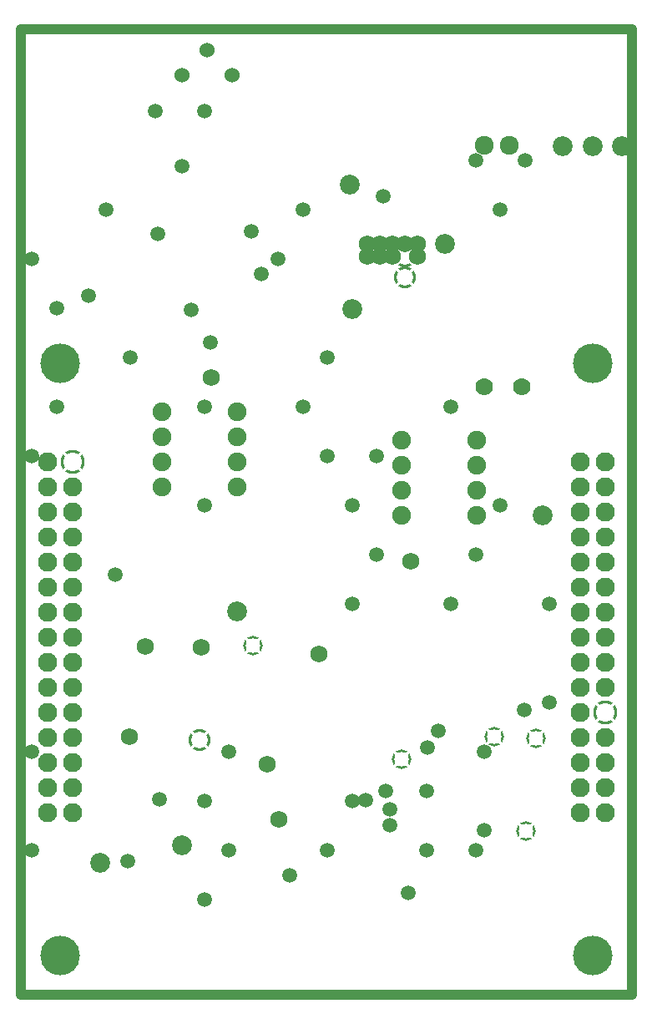
<source format=gbr>
G04 Layer_Physical_Order=2*
G04 Layer_Color=32768*
%FSLAX26Y26*%
%MOIN*%
%TF.FileFunction,Copper,L2,Inr,Plane*%
%TF.Part,Single*%
G01*
G75*
%TA.AperFunction,ComponentPad*%
%ADD30C,0.060000*%
%TA.AperFunction,NonConductor*%
%ADD34C,0.040000*%
%TA.AperFunction,ComponentPad*%
%ADD35C,0.075433*%
%ADD36C,0.068000*%
G04:AMPARAMS|DCode=37|XSize=88mil|YSize=88mil|CornerRadius=0mil|HoleSize=0mil|Usage=FLASHONLY|Rotation=0.000|XOffset=0mil|YOffset=0mil|HoleType=Round|Shape=Relief|Width=10mil|Gap=10mil|Entries=4|*
%AMTHD37*
7,0,0,0.088000,0.068000,0.010000,45*
%
%ADD37THD37*%
%TA.AperFunction,ViaPad*%
%ADD38C,0.158110*%
%TA.AperFunction,ComponentPad*%
%ADD39C,0.070000*%
%ADD40C,0.075827*%
%ADD41C,0.076024*%
G04:AMPARAMS|DCode=42|XSize=96.024mil|YSize=96.024mil|CornerRadius=0mil|HoleSize=0mil|Usage=FLASHONLY|Rotation=0.000|XOffset=0mil|YOffset=0mil|HoleType=Round|Shape=Relief|Width=10mil|Gap=10mil|Entries=4|*
%AMTHD42*
7,0,0,0.096024,0.076024,0.010000,45*
%
%ADD42THD42*%
%ADD43C,0.079370*%
%TA.AperFunction,ViaPad*%
%ADD44C,0.068000*%
%ADD45C,0.059685*%
G04:AMPARAMS|DCode=46|XSize=88mil|YSize=88mil|CornerRadius=0mil|HoleSize=0mil|Usage=FLASHONLY|Rotation=0.000|XOffset=0mil|YOffset=0mil|HoleType=Round|Shape=Relief|Width=10mil|Gap=10mil|Entries=4|*
%AMTHD46*
7,0,0,0.088000,0.068000,0.010000,45*
%
%ADD46THD46*%
G04:AMPARAMS|DCode=47|XSize=79.685mil|YSize=79.685mil|CornerRadius=0mil|HoleSize=0mil|Usage=FLASHONLY|Rotation=0.000|XOffset=0mil|YOffset=0mil|HoleType=Round|Shape=Relief|Width=10mil|Gap=10mil|Entries=4|*
%AMTHD47*
7,0,0,0.079685,0.059685,0.010000,45*
%
%ADD47THD47*%
D30*
X-741000Y798998D02*
D03*
X-641000Y698998D02*
D03*
X-841000D02*
D03*
D34*
X-1485110Y-2970112D02*
Y881998D01*
X955944D01*
X955946Y-2970112D01*
X-1485110D02*
X955946D01*
D35*
X-919000Y-643002D02*
D03*
Y-743002D02*
D03*
Y-843002D02*
D03*
Y-943002D02*
D03*
X-619000Y-643002D02*
D03*
Y-743002D02*
D03*
Y-843002D02*
D03*
Y-943002D02*
D03*
X335716Y-1057592D02*
D03*
Y-957592D02*
D03*
Y-857592D02*
D03*
Y-757592D02*
D03*
X35716Y-1057592D02*
D03*
Y-957592D02*
D03*
Y-857592D02*
D03*
Y-757592D02*
D03*
D36*
X-100000Y-25000D02*
D03*
Y25000D02*
D03*
X-50000Y-25000D02*
D03*
Y25000D02*
D03*
X0Y-25000D02*
D03*
Y25000D02*
D03*
X50000D02*
D03*
X100000Y-25000D02*
D03*
Y25000D02*
D03*
D37*
X50000Y-25000D02*
D03*
D38*
X798464Y-450316D02*
D03*
X-1327520D02*
D03*
X798464Y-2812522D02*
D03*
X-1327520D02*
D03*
D39*
X366536Y-543900D02*
D03*
X516142D02*
D03*
D40*
X367000Y419998D02*
D03*
X467000D02*
D03*
D41*
X-1277520Y-2244018D02*
D03*
Y-2144018D02*
D03*
Y-2044018D02*
D03*
Y-1944018D02*
D03*
Y-1844018D02*
D03*
Y-1744018D02*
D03*
Y-1644018D02*
D03*
Y-1544018D02*
D03*
Y-1444018D02*
D03*
Y-1344018D02*
D03*
Y-1244018D02*
D03*
Y-1144018D02*
D03*
Y-1044018D02*
D03*
Y-944018D02*
D03*
X-1377520Y-2244018D02*
D03*
Y-2144018D02*
D03*
Y-2044018D02*
D03*
Y-1944018D02*
D03*
Y-1844018D02*
D03*
Y-1744018D02*
D03*
Y-1644018D02*
D03*
Y-1544018D02*
D03*
Y-1444018D02*
D03*
Y-1344018D02*
D03*
Y-1244018D02*
D03*
Y-1144018D02*
D03*
Y-1044018D02*
D03*
Y-944018D02*
D03*
Y-844018D02*
D03*
X748464D02*
D03*
Y-944018D02*
D03*
Y-1044018D02*
D03*
Y-1144018D02*
D03*
Y-1244018D02*
D03*
Y-1344018D02*
D03*
Y-1444018D02*
D03*
Y-1544018D02*
D03*
Y-1644018D02*
D03*
Y-1744018D02*
D03*
Y-1844018D02*
D03*
Y-1944018D02*
D03*
Y-2044018D02*
D03*
Y-2144018D02*
D03*
Y-2244018D02*
D03*
X848464Y-844018D02*
D03*
Y-944018D02*
D03*
Y-1044018D02*
D03*
Y-1144018D02*
D03*
Y-1244018D02*
D03*
Y-1344018D02*
D03*
Y-1444018D02*
D03*
Y-1544018D02*
D03*
Y-1644018D02*
D03*
Y-1744018D02*
D03*
Y-1944018D02*
D03*
Y-2044018D02*
D03*
Y-2144018D02*
D03*
Y-2244018D02*
D03*
D42*
X-1277520Y-844018D02*
D03*
X848464Y-1844018D02*
D03*
D43*
X-162000Y-235002D02*
D03*
X-618999Y-1440999D02*
D03*
X209000Y26998D02*
D03*
X-841536Y-2372522D02*
D03*
X916574Y415824D02*
D03*
X798464D02*
D03*
X680354D02*
D03*
X-1166536Y-2442522D02*
D03*
X-170000Y260998D02*
D03*
X598464Y-1057522D02*
D03*
D44*
X-986000Y-1582000D02*
D03*
X-1050000Y-1940000D02*
D03*
X-500110Y-2050112D02*
D03*
X-453308Y-2271112D02*
D03*
X-293306Y-1612206D02*
D03*
X-723000Y-507002D02*
D03*
X-764110Y-1584410D02*
D03*
X73000Y-1240000D02*
D03*
D45*
X140000Y-1985000D02*
D03*
X-10000Y-2295000D02*
D03*
X365000Y-2315000D02*
D03*
X528228Y360354D02*
D03*
X626654Y-1411299D02*
D03*
Y-1805000D02*
D03*
X331378Y360354D02*
D03*
X429803Y163504D02*
D03*
Y-1017598D02*
D03*
X331378Y-1214449D02*
D03*
Y-2395551D02*
D03*
X232953Y-623898D02*
D03*
Y-1411299D02*
D03*
X134528Y-2395551D02*
D03*
X-62323Y-820748D02*
D03*
Y-1214449D02*
D03*
X-259173Y-427047D02*
D03*
Y-820748D02*
D03*
X-160748Y-1017598D02*
D03*
Y-1411299D02*
D03*
Y-2198701D02*
D03*
X-259173Y-2395551D02*
D03*
X-357598Y163504D02*
D03*
X-456024Y-33346D02*
D03*
X-357598Y-623898D02*
D03*
X-652874Y-2001850D02*
D03*
Y-2395551D02*
D03*
X-751299Y557205D02*
D03*
Y-623898D02*
D03*
Y-1017598D02*
D03*
Y-2198701D02*
D03*
Y-2592402D02*
D03*
X-948150Y557205D02*
D03*
X-1046575Y-427047D02*
D03*
X-1145000Y163504D02*
D03*
X-1440276Y-33346D02*
D03*
X-1341850Y-230197D02*
D03*
Y-623898D02*
D03*
X-1440276Y-820748D02*
D03*
Y-2001850D02*
D03*
Y-2395551D02*
D03*
X-410000Y-2495000D02*
D03*
X525000Y-1835000D02*
D03*
X-10000Y-2230000D02*
D03*
X365000Y-2000000D02*
D03*
X-929518Y-2191042D02*
D03*
X-37494Y214998D02*
D03*
X-803000Y-238002D02*
D03*
X-840000Y334998D02*
D03*
X-1215000Y-180002D02*
D03*
X-525110Y-93892D02*
D03*
X-1106416Y-1295316D02*
D03*
X-936536Y67478D02*
D03*
X-726536Y-367522D02*
D03*
X-1056536Y-2437522D02*
D03*
X183464Y-1917522D02*
D03*
X63464Y-2562522D02*
D03*
X-28308Y-2158978D02*
D03*
X-107048Y-2194412D02*
D03*
X137046Y-2158978D02*
D03*
X-564000Y77000D02*
D03*
D46*
X-770000Y-1955000D02*
D03*
X50000Y-107040D02*
D03*
D47*
X405000Y-1940000D02*
D03*
X571694Y-1947206D02*
D03*
X34836Y-2031206D02*
D03*
X-558416Y-1577316D02*
D03*
X533464Y-2317522D02*
D03*
%TF.MD5,8ea3c497596ec5e31b06e0149688c066*%
M02*

</source>
